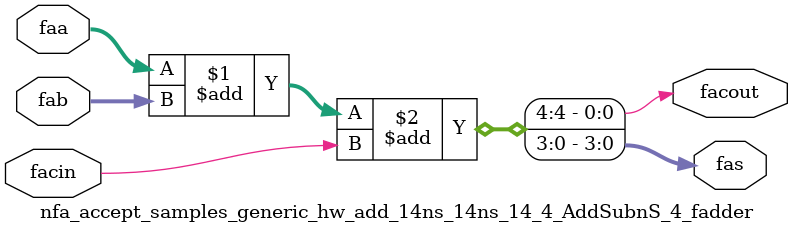
<source format=v>
module nfa_accept_samples_generic_hw_add_14ns_14ns_14_4_AddSubnS_4_fadder 
#(parameter
    N = 4
)(
    input  [N-1 : 0]  faa,
    input  [N-1 : 0]  fab,
    input  wire  facin,
    output [N-1 : 0]  fas,
    output wire  facout
);
assign {facout, fas} = faa + fab + facin;
endmodule
</source>
